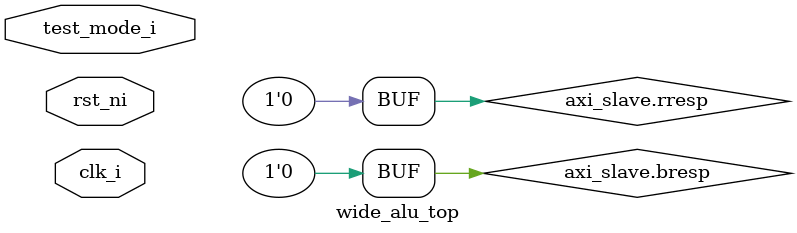
<source format=sv>
module wide_alu_top #(
    parameter int unsigned AXI_ADDR_WIDTH = 32,
    localparam int unsigned AXI_DATA_WIDTH = 32,
    parameter int unsigned AXI_ID_WIDTH = -1,
    parameter int unsigned AXI_USER_WIDTH = -1
)(
    input wire clk_i,
    input wire rst_ni,
    input wire test_mode_i,

    // AXI Slave Interface
    AXI_BUS.Slave axi_slave
);

    // Internal signals
    logic [255:0] data_in, data_out;
    logic [AXI_ADDR_WIDTH-1:0] axi_addr;
    logic axi_write, axi_read;
    logic axi_valid, axi_ready;

    // Instantiate wide_alu IP
    wide_alu u_wide_alu (
        .clk_i(clk_i),
        .rst_ni(rst_ni),
        .data_in(data_in),
        .data_out(data_out)
    );

    // AXI Slave Interface Logic
    // This logic will handle the AXI transactions and communicate with the wide_alu IP

    // AXI Write Operation
    always_ff @(posedge clk_i or negedge rst_ni) begin
        if (!rst_ni) begin
            axi_ready <= 1'b0;
            // Reset signals
        end else begin
            if (axi_slave.awvalid && !axi_ready) begin
                axi_addr <= axi_slave.awaddr;
                axi_ready <= 1'b1;
            end
            if (axi_slave.wvalid && axi_ready) begin
                data_in <= axi_slave.wdata;
                axi_write <= 1'b1;
            end else begin
                axi_write <= 1'b0;
            end
            if (axi_slave.bready && axi_write) begin
                axi_ready <= 1'b0;
            end
        end
    end

    // AXI Read Operation
    always_ff @(posedge clk_i or negedge rst_ni) begin
        if (!rst_ni) begin
            axi_ready <= 1'b0;
            // Reset signals
        end else begin
            if (axi_slave.arvalid && !axi_ready) begin
                axi_addr <= axi_slave.araddr;
                axi_ready <= 1'b1;
            end
            if (axi_ready) begin
                data_out <= u_wide_alu.data_out;
                axi_read <= 1'b1;
            end else begin
                axi_read <= 1'b0;
            end
            if (axi_slave.rready && axi_read) begin
                axi_ready <= 1'b0;
            end
        end
    end

    // AXI Slave Response
    assign axi_slave.awready = axi_ready;
    assign axi_slave.wready = axi_ready;
    assign axi_slave.bresp = 2'b00; // OKAY response
    assign axi_slave.bvalid = axi_write;
    assign axi_slave.arready = axi_ready;
    assign axi_slave.rdata = data_out;
    assign axi_slave.rresp = 2'b00; // OKAY response
    assign axi_slave.rvalid = axi_read;

endmodule


</source>
